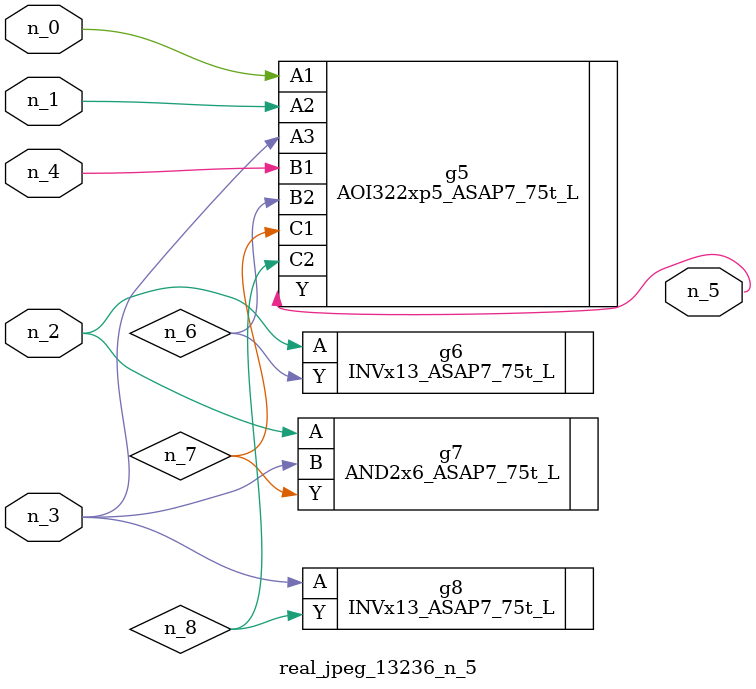
<source format=v>
module real_jpeg_13236_n_5 (n_4, n_0, n_1, n_2, n_3, n_5);

input n_4;
input n_0;
input n_1;
input n_2;
input n_3;

output n_5;

wire n_8;
wire n_6;
wire n_7;

AOI322xp5_ASAP7_75t_L g5 ( 
.A1(n_0),
.A2(n_1),
.A3(n_3),
.B1(n_4),
.B2(n_6),
.C1(n_7),
.C2(n_8),
.Y(n_5)
);

INVx13_ASAP7_75t_L g6 ( 
.A(n_2),
.Y(n_6)
);

AND2x6_ASAP7_75t_L g7 ( 
.A(n_2),
.B(n_3),
.Y(n_7)
);

INVx13_ASAP7_75t_L g8 ( 
.A(n_3),
.Y(n_8)
);


endmodule
</source>
